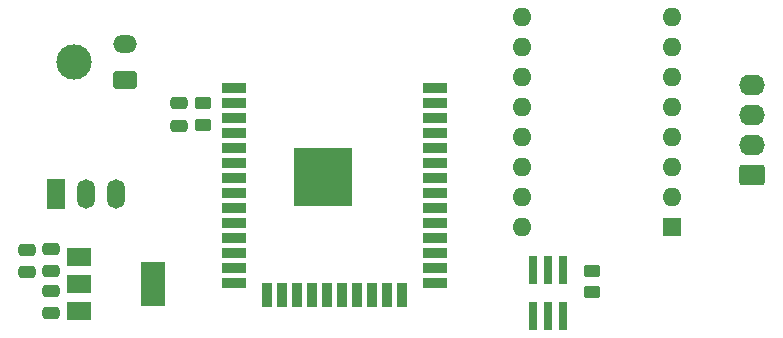
<source format=gbr>
%TF.GenerationSoftware,KiCad,Pcbnew,(6.0.0)*%
%TF.CreationDate,2022-01-25T19:48:24+01:00*%
%TF.ProjectId,ESP32_Blind,45535033-325f-4426-9c69-6e642e6b6963,rev?*%
%TF.SameCoordinates,Original*%
%TF.FileFunction,Soldermask,Top*%
%TF.FilePolarity,Negative*%
%FSLAX46Y46*%
G04 Gerber Fmt 4.6, Leading zero omitted, Abs format (unit mm)*
G04 Created by KiCad (PCBNEW (6.0.0)) date 2022-01-25 19:48:24*
%MOMM*%
%LPD*%
G01*
G04 APERTURE LIST*
G04 Aperture macros list*
%AMRoundRect*
0 Rectangle with rounded corners*
0 $1 Rounding radius*
0 $2 $3 $4 $5 $6 $7 $8 $9 X,Y pos of 4 corners*
0 Add a 4 corners polygon primitive as box body*
4,1,4,$2,$3,$4,$5,$6,$7,$8,$9,$2,$3,0*
0 Add four circle primitives for the rounded corners*
1,1,$1+$1,$2,$3*
1,1,$1+$1,$4,$5*
1,1,$1+$1,$6,$7*
1,1,$1+$1,$8,$9*
0 Add four rect primitives between the rounded corners*
20,1,$1+$1,$2,$3,$4,$5,0*
20,1,$1+$1,$4,$5,$6,$7,0*
20,1,$1+$1,$6,$7,$8,$9,0*
20,1,$1+$1,$8,$9,$2,$3,0*%
G04 Aperture macros list end*
%ADD10R,0.740000X2.400000*%
%ADD11R,2.000000X1.500000*%
%ADD12R,2.000000X3.800000*%
%ADD13C,3.000000*%
%ADD14RoundRect,0.250001X0.759999X-0.499999X0.759999X0.499999X-0.759999X0.499999X-0.759999X-0.499999X0*%
%ADD15O,2.020000X1.500000*%
%ADD16RoundRect,0.250000X-0.450000X0.262500X-0.450000X-0.262500X0.450000X-0.262500X0.450000X0.262500X0*%
%ADD17R,1.600000X1.600000*%
%ADD18O,1.600000X1.600000*%
%ADD19RoundRect,0.250000X0.450000X-0.262500X0.450000X0.262500X-0.450000X0.262500X-0.450000X-0.262500X0*%
%ADD20R,1.500000X2.500000*%
%ADD21O,1.500000X2.500000*%
%ADD22RoundRect,0.250000X0.845000X-0.620000X0.845000X0.620000X-0.845000X0.620000X-0.845000X-0.620000X0*%
%ADD23O,2.190000X1.740000*%
%ADD24RoundRect,0.250000X-0.475000X0.250000X-0.475000X-0.250000X0.475000X-0.250000X0.475000X0.250000X0*%
%ADD25RoundRect,0.250000X0.475000X-0.250000X0.475000X0.250000X-0.475000X0.250000X-0.475000X-0.250000X0*%
%ADD26R,2.000000X0.900000*%
%ADD27R,0.900000X2.000000*%
%ADD28R,5.000000X5.000000*%
G04 APERTURE END LIST*
D10*
%TO.C,J2*%
X139960000Y-98500000D03*
X139960000Y-94600000D03*
X141230000Y-98500000D03*
X141230000Y-94600000D03*
X142500000Y-98500000D03*
X142500000Y-94600000D03*
%TD*%
D11*
%TO.C,U2*%
X101500000Y-93500000D03*
X101500000Y-95800000D03*
X101500000Y-98100000D03*
D12*
X107800000Y-95800000D03*
%TD*%
D13*
%TO.C,J1*%
X101150000Y-77000000D03*
D14*
X105470000Y-78500000D03*
D15*
X105470000Y-75500000D03*
%TD*%
D16*
%TO.C,R1*%
X112000000Y-80500000D03*
X112000000Y-82325000D03*
%TD*%
D17*
%TO.C,A1*%
X151700000Y-91000000D03*
D18*
X151700000Y-88460000D03*
X151700000Y-85920000D03*
X151700000Y-83380000D03*
X151700000Y-80840000D03*
X151700000Y-78300000D03*
X151700000Y-75760000D03*
X151700000Y-73220000D03*
X139000000Y-73220000D03*
X139000000Y-75760000D03*
X139000000Y-78300000D03*
X139000000Y-80840000D03*
X139000000Y-83380000D03*
X139000000Y-85920000D03*
X139000000Y-88460000D03*
X139000000Y-91000000D03*
%TD*%
D19*
%TO.C,R2*%
X145000000Y-96500000D03*
X145000000Y-94675000D03*
%TD*%
D20*
%TO.C,U1*%
X99567500Y-88182500D03*
D21*
X102107500Y-88182500D03*
X104647500Y-88182500D03*
%TD*%
D22*
%TO.C,J3*%
X158500000Y-86580000D03*
D23*
X158500000Y-84040000D03*
X158500000Y-81500000D03*
X158500000Y-78960000D03*
%TD*%
D24*
%TO.C,C4*%
X110000000Y-80500000D03*
X110000000Y-82400000D03*
%TD*%
D25*
%TO.C,C3*%
X99150000Y-94750000D03*
X99150000Y-92850000D03*
%TD*%
D26*
%TO.C,U3*%
X114670000Y-79225000D03*
X114670000Y-80495000D03*
X114670000Y-81765000D03*
X114670000Y-83035000D03*
X114670000Y-84305000D03*
X114670000Y-85575000D03*
X114670000Y-86845000D03*
X114670000Y-88115000D03*
X114670000Y-89385000D03*
X114670000Y-90655000D03*
X114670000Y-91925000D03*
X114670000Y-93195000D03*
X114670000Y-94465000D03*
X114670000Y-95735000D03*
D27*
X117455000Y-96735000D03*
X118725000Y-96735000D03*
X119995000Y-96735000D03*
X121265000Y-96735000D03*
X122535000Y-96735000D03*
X123805000Y-96735000D03*
X125075000Y-96735000D03*
X126345000Y-96735000D03*
X127615000Y-96735000D03*
X128885000Y-96735000D03*
D26*
X131670000Y-95735000D03*
X131670000Y-94465000D03*
X131670000Y-93195000D03*
X131670000Y-91925000D03*
X131670000Y-90655000D03*
X131670000Y-89385000D03*
X131670000Y-88115000D03*
X131670000Y-86845000D03*
X131670000Y-85575000D03*
X131670000Y-84305000D03*
X131670000Y-83035000D03*
X131670000Y-81765000D03*
X131670000Y-80495000D03*
X131670000Y-79225000D03*
D28*
X122170000Y-86725000D03*
%TD*%
D24*
%TO.C,C2*%
X99150000Y-96400000D03*
X99150000Y-98300000D03*
%TD*%
%TO.C,C1*%
X97150000Y-92900000D03*
X97150000Y-94800000D03*
%TD*%
M02*

</source>
